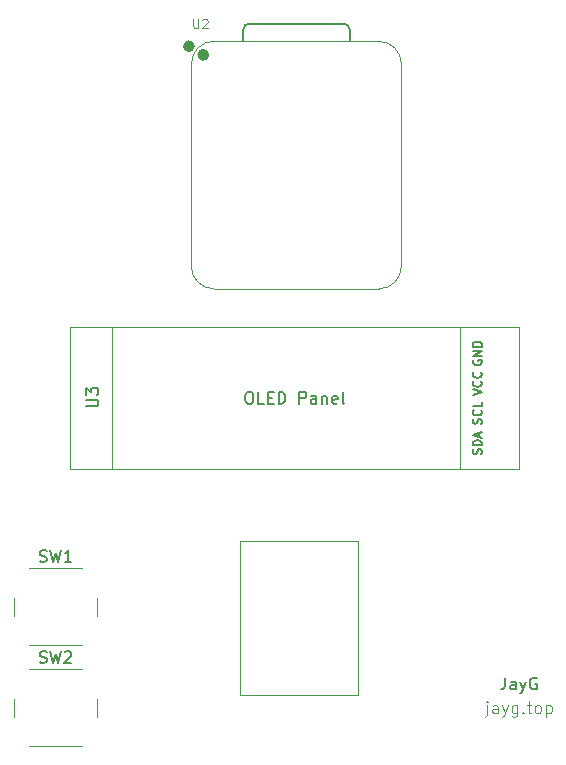
<source format=gbr>
%TF.GenerationSoftware,KiCad,Pcbnew,9.0.6*%
%TF.CreationDate,2025-12-29T20:59:13-08:00*%
%TF.ProjectId,bodycam,626f6479-6361-46d2-9e6b-696361645f70,rev?*%
%TF.SameCoordinates,Original*%
%TF.FileFunction,Legend,Top*%
%TF.FilePolarity,Positive*%
%FSLAX46Y46*%
G04 Gerber Fmt 4.6, Leading zero omitted, Abs format (unit mm)*
G04 Created by KiCad (PCBNEW 9.0.6) date 2025-12-29 20:59:13*
%MOMM*%
%LPD*%
G01*
G04 APERTURE LIST*
%ADD10C,0.200000*%
%ADD11C,0.100000*%
%ADD12C,0.150000*%
%ADD13C,0.106680*%
%ADD14C,0.040000*%
%ADD15C,0.120000*%
%ADD16C,0.127000*%
%ADD17C,0.504000*%
G04 APERTURE END LIST*
D10*
X233059523Y-123952219D02*
X233059523Y-124666504D01*
X233059523Y-124666504D02*
X233011904Y-124809361D01*
X233011904Y-124809361D02*
X232916666Y-124904600D01*
X232916666Y-124904600D02*
X232773809Y-124952219D01*
X232773809Y-124952219D02*
X232678571Y-124952219D01*
X233964285Y-124952219D02*
X233964285Y-124428409D01*
X233964285Y-124428409D02*
X233916666Y-124333171D01*
X233916666Y-124333171D02*
X233821428Y-124285552D01*
X233821428Y-124285552D02*
X233630952Y-124285552D01*
X233630952Y-124285552D02*
X233535714Y-124333171D01*
X233964285Y-124904600D02*
X233869047Y-124952219D01*
X233869047Y-124952219D02*
X233630952Y-124952219D01*
X233630952Y-124952219D02*
X233535714Y-124904600D01*
X233535714Y-124904600D02*
X233488095Y-124809361D01*
X233488095Y-124809361D02*
X233488095Y-124714123D01*
X233488095Y-124714123D02*
X233535714Y-124618885D01*
X233535714Y-124618885D02*
X233630952Y-124571266D01*
X233630952Y-124571266D02*
X233869047Y-124571266D01*
X233869047Y-124571266D02*
X233964285Y-124523647D01*
X234345238Y-124285552D02*
X234583333Y-124952219D01*
X234821428Y-124285552D02*
X234583333Y-124952219D01*
X234583333Y-124952219D02*
X234488095Y-125190314D01*
X234488095Y-125190314D02*
X234440476Y-125237933D01*
X234440476Y-125237933D02*
X234345238Y-125285552D01*
X235726190Y-123999838D02*
X235630952Y-123952219D01*
X235630952Y-123952219D02*
X235488095Y-123952219D01*
X235488095Y-123952219D02*
X235345238Y-123999838D01*
X235345238Y-123999838D02*
X235250000Y-124095076D01*
X235250000Y-124095076D02*
X235202381Y-124190314D01*
X235202381Y-124190314D02*
X235154762Y-124380790D01*
X235154762Y-124380790D02*
X235154762Y-124523647D01*
X235154762Y-124523647D02*
X235202381Y-124714123D01*
X235202381Y-124714123D02*
X235250000Y-124809361D01*
X235250000Y-124809361D02*
X235345238Y-124904600D01*
X235345238Y-124904600D02*
X235488095Y-124952219D01*
X235488095Y-124952219D02*
X235583333Y-124952219D01*
X235583333Y-124952219D02*
X235726190Y-124904600D01*
X235726190Y-124904600D02*
X235773809Y-124856980D01*
X235773809Y-124856980D02*
X235773809Y-124523647D01*
X235773809Y-124523647D02*
X235583333Y-124523647D01*
D11*
X231535714Y-126290752D02*
X231535714Y-127147895D01*
X231535714Y-127147895D02*
X231488095Y-127243133D01*
X231488095Y-127243133D02*
X231392857Y-127290752D01*
X231392857Y-127290752D02*
X231345238Y-127290752D01*
X231535714Y-125957419D02*
X231488095Y-126005038D01*
X231488095Y-126005038D02*
X231535714Y-126052657D01*
X231535714Y-126052657D02*
X231583333Y-126005038D01*
X231583333Y-126005038D02*
X231535714Y-125957419D01*
X231535714Y-125957419D02*
X231535714Y-126052657D01*
X232440475Y-126957419D02*
X232440475Y-126433609D01*
X232440475Y-126433609D02*
X232392856Y-126338371D01*
X232392856Y-126338371D02*
X232297618Y-126290752D01*
X232297618Y-126290752D02*
X232107142Y-126290752D01*
X232107142Y-126290752D02*
X232011904Y-126338371D01*
X232440475Y-126909800D02*
X232345237Y-126957419D01*
X232345237Y-126957419D02*
X232107142Y-126957419D01*
X232107142Y-126957419D02*
X232011904Y-126909800D01*
X232011904Y-126909800D02*
X231964285Y-126814561D01*
X231964285Y-126814561D02*
X231964285Y-126719323D01*
X231964285Y-126719323D02*
X232011904Y-126624085D01*
X232011904Y-126624085D02*
X232107142Y-126576466D01*
X232107142Y-126576466D02*
X232345237Y-126576466D01*
X232345237Y-126576466D02*
X232440475Y-126528847D01*
X232821428Y-126290752D02*
X233059523Y-126957419D01*
X233297618Y-126290752D02*
X233059523Y-126957419D01*
X233059523Y-126957419D02*
X232964285Y-127195514D01*
X232964285Y-127195514D02*
X232916666Y-127243133D01*
X232916666Y-127243133D02*
X232821428Y-127290752D01*
X234107142Y-126290752D02*
X234107142Y-127100276D01*
X234107142Y-127100276D02*
X234059523Y-127195514D01*
X234059523Y-127195514D02*
X234011904Y-127243133D01*
X234011904Y-127243133D02*
X233916666Y-127290752D01*
X233916666Y-127290752D02*
X233773809Y-127290752D01*
X233773809Y-127290752D02*
X233678571Y-127243133D01*
X234107142Y-126909800D02*
X234011904Y-126957419D01*
X234011904Y-126957419D02*
X233821428Y-126957419D01*
X233821428Y-126957419D02*
X233726190Y-126909800D01*
X233726190Y-126909800D02*
X233678571Y-126862180D01*
X233678571Y-126862180D02*
X233630952Y-126766942D01*
X233630952Y-126766942D02*
X233630952Y-126481228D01*
X233630952Y-126481228D02*
X233678571Y-126385990D01*
X233678571Y-126385990D02*
X233726190Y-126338371D01*
X233726190Y-126338371D02*
X233821428Y-126290752D01*
X233821428Y-126290752D02*
X234011904Y-126290752D01*
X234011904Y-126290752D02*
X234107142Y-126338371D01*
X234583333Y-126862180D02*
X234630952Y-126909800D01*
X234630952Y-126909800D02*
X234583333Y-126957419D01*
X234583333Y-126957419D02*
X234535714Y-126909800D01*
X234535714Y-126909800D02*
X234583333Y-126862180D01*
X234583333Y-126862180D02*
X234583333Y-126957419D01*
X234916666Y-126290752D02*
X235297618Y-126290752D01*
X235059523Y-125957419D02*
X235059523Y-126814561D01*
X235059523Y-126814561D02*
X235107142Y-126909800D01*
X235107142Y-126909800D02*
X235202380Y-126957419D01*
X235202380Y-126957419D02*
X235297618Y-126957419D01*
X235773809Y-126957419D02*
X235678571Y-126909800D01*
X235678571Y-126909800D02*
X235630952Y-126862180D01*
X235630952Y-126862180D02*
X235583333Y-126766942D01*
X235583333Y-126766942D02*
X235583333Y-126481228D01*
X235583333Y-126481228D02*
X235630952Y-126385990D01*
X235630952Y-126385990D02*
X235678571Y-126338371D01*
X235678571Y-126338371D02*
X235773809Y-126290752D01*
X235773809Y-126290752D02*
X235916666Y-126290752D01*
X235916666Y-126290752D02*
X236011904Y-126338371D01*
X236011904Y-126338371D02*
X236059523Y-126385990D01*
X236059523Y-126385990D02*
X236107142Y-126481228D01*
X236107142Y-126481228D02*
X236107142Y-126766942D01*
X236107142Y-126766942D02*
X236059523Y-126862180D01*
X236059523Y-126862180D02*
X236011904Y-126909800D01*
X236011904Y-126909800D02*
X235916666Y-126957419D01*
X235916666Y-126957419D02*
X235773809Y-126957419D01*
X236535714Y-126290752D02*
X236535714Y-127290752D01*
X236535714Y-126338371D02*
X236630952Y-126290752D01*
X236630952Y-126290752D02*
X236821428Y-126290752D01*
X236821428Y-126290752D02*
X236916666Y-126338371D01*
X236916666Y-126338371D02*
X236964285Y-126385990D01*
X236964285Y-126385990D02*
X237011904Y-126481228D01*
X237011904Y-126481228D02*
X237011904Y-126766942D01*
X237011904Y-126766942D02*
X236964285Y-126862180D01*
X236964285Y-126862180D02*
X236916666Y-126909800D01*
X236916666Y-126909800D02*
X236821428Y-126957419D01*
X236821428Y-126957419D02*
X236630952Y-126957419D01*
X236630952Y-126957419D02*
X236535714Y-126909800D01*
D12*
X197604819Y-100981904D02*
X198414342Y-100981904D01*
X198414342Y-100981904D02*
X198509580Y-100934285D01*
X198509580Y-100934285D02*
X198557200Y-100886666D01*
X198557200Y-100886666D02*
X198604819Y-100791428D01*
X198604819Y-100791428D02*
X198604819Y-100600952D01*
X198604819Y-100600952D02*
X198557200Y-100505714D01*
X198557200Y-100505714D02*
X198509580Y-100458095D01*
X198509580Y-100458095D02*
X198414342Y-100410476D01*
X198414342Y-100410476D02*
X197604819Y-100410476D01*
X197604819Y-100029523D02*
X197604819Y-99410476D01*
X197604819Y-99410476D02*
X197985771Y-99743809D01*
X197985771Y-99743809D02*
X197985771Y-99600952D01*
X197985771Y-99600952D02*
X198033390Y-99505714D01*
X198033390Y-99505714D02*
X198081009Y-99458095D01*
X198081009Y-99458095D02*
X198176247Y-99410476D01*
X198176247Y-99410476D02*
X198414342Y-99410476D01*
X198414342Y-99410476D02*
X198509580Y-99458095D01*
X198509580Y-99458095D02*
X198557200Y-99505714D01*
X198557200Y-99505714D02*
X198604819Y-99600952D01*
X198604819Y-99600952D02*
X198604819Y-99886666D01*
X198604819Y-99886666D02*
X198557200Y-99981904D01*
X198557200Y-99981904D02*
X198509580Y-100029523D01*
X211321428Y-99764819D02*
X211511904Y-99764819D01*
X211511904Y-99764819D02*
X211607142Y-99812438D01*
X211607142Y-99812438D02*
X211702380Y-99907676D01*
X211702380Y-99907676D02*
X211749999Y-100098152D01*
X211749999Y-100098152D02*
X211749999Y-100431485D01*
X211749999Y-100431485D02*
X211702380Y-100621961D01*
X211702380Y-100621961D02*
X211607142Y-100717200D01*
X211607142Y-100717200D02*
X211511904Y-100764819D01*
X211511904Y-100764819D02*
X211321428Y-100764819D01*
X211321428Y-100764819D02*
X211226190Y-100717200D01*
X211226190Y-100717200D02*
X211130952Y-100621961D01*
X211130952Y-100621961D02*
X211083333Y-100431485D01*
X211083333Y-100431485D02*
X211083333Y-100098152D01*
X211083333Y-100098152D02*
X211130952Y-99907676D01*
X211130952Y-99907676D02*
X211226190Y-99812438D01*
X211226190Y-99812438D02*
X211321428Y-99764819D01*
X212654761Y-100764819D02*
X212178571Y-100764819D01*
X212178571Y-100764819D02*
X212178571Y-99764819D01*
X212988095Y-100241009D02*
X213321428Y-100241009D01*
X213464285Y-100764819D02*
X212988095Y-100764819D01*
X212988095Y-100764819D02*
X212988095Y-99764819D01*
X212988095Y-99764819D02*
X213464285Y-99764819D01*
X213892857Y-100764819D02*
X213892857Y-99764819D01*
X213892857Y-99764819D02*
X214130952Y-99764819D01*
X214130952Y-99764819D02*
X214273809Y-99812438D01*
X214273809Y-99812438D02*
X214369047Y-99907676D01*
X214369047Y-99907676D02*
X214416666Y-100002914D01*
X214416666Y-100002914D02*
X214464285Y-100193390D01*
X214464285Y-100193390D02*
X214464285Y-100336247D01*
X214464285Y-100336247D02*
X214416666Y-100526723D01*
X214416666Y-100526723D02*
X214369047Y-100621961D01*
X214369047Y-100621961D02*
X214273809Y-100717200D01*
X214273809Y-100717200D02*
X214130952Y-100764819D01*
X214130952Y-100764819D02*
X213892857Y-100764819D01*
X215654762Y-100764819D02*
X215654762Y-99764819D01*
X215654762Y-99764819D02*
X216035714Y-99764819D01*
X216035714Y-99764819D02*
X216130952Y-99812438D01*
X216130952Y-99812438D02*
X216178571Y-99860057D01*
X216178571Y-99860057D02*
X216226190Y-99955295D01*
X216226190Y-99955295D02*
X216226190Y-100098152D01*
X216226190Y-100098152D02*
X216178571Y-100193390D01*
X216178571Y-100193390D02*
X216130952Y-100241009D01*
X216130952Y-100241009D02*
X216035714Y-100288628D01*
X216035714Y-100288628D02*
X215654762Y-100288628D01*
X217083333Y-100764819D02*
X217083333Y-100241009D01*
X217083333Y-100241009D02*
X217035714Y-100145771D01*
X217035714Y-100145771D02*
X216940476Y-100098152D01*
X216940476Y-100098152D02*
X216750000Y-100098152D01*
X216750000Y-100098152D02*
X216654762Y-100145771D01*
X217083333Y-100717200D02*
X216988095Y-100764819D01*
X216988095Y-100764819D02*
X216750000Y-100764819D01*
X216750000Y-100764819D02*
X216654762Y-100717200D01*
X216654762Y-100717200D02*
X216607143Y-100621961D01*
X216607143Y-100621961D02*
X216607143Y-100526723D01*
X216607143Y-100526723D02*
X216654762Y-100431485D01*
X216654762Y-100431485D02*
X216750000Y-100383866D01*
X216750000Y-100383866D02*
X216988095Y-100383866D01*
X216988095Y-100383866D02*
X217083333Y-100336247D01*
X217559524Y-100098152D02*
X217559524Y-100764819D01*
X217559524Y-100193390D02*
X217607143Y-100145771D01*
X217607143Y-100145771D02*
X217702381Y-100098152D01*
X217702381Y-100098152D02*
X217845238Y-100098152D01*
X217845238Y-100098152D02*
X217940476Y-100145771D01*
X217940476Y-100145771D02*
X217988095Y-100241009D01*
X217988095Y-100241009D02*
X217988095Y-100764819D01*
X218845238Y-100717200D02*
X218750000Y-100764819D01*
X218750000Y-100764819D02*
X218559524Y-100764819D01*
X218559524Y-100764819D02*
X218464286Y-100717200D01*
X218464286Y-100717200D02*
X218416667Y-100621961D01*
X218416667Y-100621961D02*
X218416667Y-100241009D01*
X218416667Y-100241009D02*
X218464286Y-100145771D01*
X218464286Y-100145771D02*
X218559524Y-100098152D01*
X218559524Y-100098152D02*
X218750000Y-100098152D01*
X218750000Y-100098152D02*
X218845238Y-100145771D01*
X218845238Y-100145771D02*
X218892857Y-100241009D01*
X218892857Y-100241009D02*
X218892857Y-100336247D01*
X218892857Y-100336247D02*
X218416667Y-100431485D01*
X219464286Y-100764819D02*
X219369048Y-100717200D01*
X219369048Y-100717200D02*
X219321429Y-100621961D01*
X219321429Y-100621961D02*
X219321429Y-99764819D01*
X231053450Y-105030713D02*
X231089164Y-104923571D01*
X231089164Y-104923571D02*
X231089164Y-104744999D01*
X231089164Y-104744999D02*
X231053450Y-104673571D01*
X231053450Y-104673571D02*
X231017735Y-104637856D01*
X231017735Y-104637856D02*
X230946307Y-104602142D01*
X230946307Y-104602142D02*
X230874878Y-104602142D01*
X230874878Y-104602142D02*
X230803450Y-104637856D01*
X230803450Y-104637856D02*
X230767735Y-104673571D01*
X230767735Y-104673571D02*
X230732021Y-104744999D01*
X230732021Y-104744999D02*
X230696307Y-104887856D01*
X230696307Y-104887856D02*
X230660592Y-104959285D01*
X230660592Y-104959285D02*
X230624878Y-104994999D01*
X230624878Y-104994999D02*
X230553450Y-105030713D01*
X230553450Y-105030713D02*
X230482021Y-105030713D01*
X230482021Y-105030713D02*
X230410592Y-104994999D01*
X230410592Y-104994999D02*
X230374878Y-104959285D01*
X230374878Y-104959285D02*
X230339164Y-104887856D01*
X230339164Y-104887856D02*
X230339164Y-104709285D01*
X230339164Y-104709285D02*
X230374878Y-104602142D01*
X231089164Y-104280713D02*
X230339164Y-104280713D01*
X230339164Y-104280713D02*
X230339164Y-104102142D01*
X230339164Y-104102142D02*
X230374878Y-103994999D01*
X230374878Y-103994999D02*
X230446307Y-103923570D01*
X230446307Y-103923570D02*
X230517735Y-103887856D01*
X230517735Y-103887856D02*
X230660592Y-103852142D01*
X230660592Y-103852142D02*
X230767735Y-103852142D01*
X230767735Y-103852142D02*
X230910592Y-103887856D01*
X230910592Y-103887856D02*
X230982021Y-103923570D01*
X230982021Y-103923570D02*
X231053450Y-103994999D01*
X231053450Y-103994999D02*
X231089164Y-104102142D01*
X231089164Y-104102142D02*
X231089164Y-104280713D01*
X230874878Y-103566427D02*
X230874878Y-103209285D01*
X231089164Y-103637856D02*
X230339164Y-103387856D01*
X230339164Y-103387856D02*
X231089164Y-103137856D01*
X230374878Y-97071428D02*
X230339164Y-97142857D01*
X230339164Y-97142857D02*
X230339164Y-97249999D01*
X230339164Y-97249999D02*
X230374878Y-97357142D01*
X230374878Y-97357142D02*
X230446307Y-97428571D01*
X230446307Y-97428571D02*
X230517735Y-97464285D01*
X230517735Y-97464285D02*
X230660592Y-97499999D01*
X230660592Y-97499999D02*
X230767735Y-97499999D01*
X230767735Y-97499999D02*
X230910592Y-97464285D01*
X230910592Y-97464285D02*
X230982021Y-97428571D01*
X230982021Y-97428571D02*
X231053450Y-97357142D01*
X231053450Y-97357142D02*
X231089164Y-97249999D01*
X231089164Y-97249999D02*
X231089164Y-97178571D01*
X231089164Y-97178571D02*
X231053450Y-97071428D01*
X231053450Y-97071428D02*
X231017735Y-97035714D01*
X231017735Y-97035714D02*
X230767735Y-97035714D01*
X230767735Y-97035714D02*
X230767735Y-97178571D01*
X231089164Y-96714285D02*
X230339164Y-96714285D01*
X230339164Y-96714285D02*
X231089164Y-96285714D01*
X231089164Y-96285714D02*
X230339164Y-96285714D01*
X231089164Y-95928571D02*
X230339164Y-95928571D01*
X230339164Y-95928571D02*
X230339164Y-95750000D01*
X230339164Y-95750000D02*
X230374878Y-95642857D01*
X230374878Y-95642857D02*
X230446307Y-95571428D01*
X230446307Y-95571428D02*
X230517735Y-95535714D01*
X230517735Y-95535714D02*
X230660592Y-95500000D01*
X230660592Y-95500000D02*
X230767735Y-95500000D01*
X230767735Y-95500000D02*
X230910592Y-95535714D01*
X230910592Y-95535714D02*
X230982021Y-95571428D01*
X230982021Y-95571428D02*
X231053450Y-95642857D01*
X231053450Y-95642857D02*
X231089164Y-95750000D01*
X231089164Y-95750000D02*
X231089164Y-95928571D01*
X231053450Y-102472856D02*
X231089164Y-102365714D01*
X231089164Y-102365714D02*
X231089164Y-102187142D01*
X231089164Y-102187142D02*
X231053450Y-102115714D01*
X231053450Y-102115714D02*
X231017735Y-102079999D01*
X231017735Y-102079999D02*
X230946307Y-102044285D01*
X230946307Y-102044285D02*
X230874878Y-102044285D01*
X230874878Y-102044285D02*
X230803450Y-102079999D01*
X230803450Y-102079999D02*
X230767735Y-102115714D01*
X230767735Y-102115714D02*
X230732021Y-102187142D01*
X230732021Y-102187142D02*
X230696307Y-102329999D01*
X230696307Y-102329999D02*
X230660592Y-102401428D01*
X230660592Y-102401428D02*
X230624878Y-102437142D01*
X230624878Y-102437142D02*
X230553450Y-102472856D01*
X230553450Y-102472856D02*
X230482021Y-102472856D01*
X230482021Y-102472856D02*
X230410592Y-102437142D01*
X230410592Y-102437142D02*
X230374878Y-102401428D01*
X230374878Y-102401428D02*
X230339164Y-102329999D01*
X230339164Y-102329999D02*
X230339164Y-102151428D01*
X230339164Y-102151428D02*
X230374878Y-102044285D01*
X231017735Y-101294285D02*
X231053450Y-101329999D01*
X231053450Y-101329999D02*
X231089164Y-101437142D01*
X231089164Y-101437142D02*
X231089164Y-101508570D01*
X231089164Y-101508570D02*
X231053450Y-101615713D01*
X231053450Y-101615713D02*
X230982021Y-101687142D01*
X230982021Y-101687142D02*
X230910592Y-101722856D01*
X230910592Y-101722856D02*
X230767735Y-101758570D01*
X230767735Y-101758570D02*
X230660592Y-101758570D01*
X230660592Y-101758570D02*
X230517735Y-101722856D01*
X230517735Y-101722856D02*
X230446307Y-101687142D01*
X230446307Y-101687142D02*
X230374878Y-101615713D01*
X230374878Y-101615713D02*
X230339164Y-101508570D01*
X230339164Y-101508570D02*
X230339164Y-101437142D01*
X230339164Y-101437142D02*
X230374878Y-101329999D01*
X230374878Y-101329999D02*
X230410592Y-101294285D01*
X231089164Y-100615713D02*
X231089164Y-100972856D01*
X231089164Y-100972856D02*
X230339164Y-100972856D01*
X230339164Y-100039999D02*
X231089164Y-99789999D01*
X231089164Y-99789999D02*
X230339164Y-99539999D01*
X231017735Y-98861428D02*
X231053450Y-98897142D01*
X231053450Y-98897142D02*
X231089164Y-99004285D01*
X231089164Y-99004285D02*
X231089164Y-99075713D01*
X231089164Y-99075713D02*
X231053450Y-99182856D01*
X231053450Y-99182856D02*
X230982021Y-99254285D01*
X230982021Y-99254285D02*
X230910592Y-99289999D01*
X230910592Y-99289999D02*
X230767735Y-99325713D01*
X230767735Y-99325713D02*
X230660592Y-99325713D01*
X230660592Y-99325713D02*
X230517735Y-99289999D01*
X230517735Y-99289999D02*
X230446307Y-99254285D01*
X230446307Y-99254285D02*
X230374878Y-99182856D01*
X230374878Y-99182856D02*
X230339164Y-99075713D01*
X230339164Y-99075713D02*
X230339164Y-99004285D01*
X230339164Y-99004285D02*
X230374878Y-98897142D01*
X230374878Y-98897142D02*
X230410592Y-98861428D01*
X231017735Y-98111428D02*
X231053450Y-98147142D01*
X231053450Y-98147142D02*
X231089164Y-98254285D01*
X231089164Y-98254285D02*
X231089164Y-98325713D01*
X231089164Y-98325713D02*
X231053450Y-98432856D01*
X231053450Y-98432856D02*
X230982021Y-98504285D01*
X230982021Y-98504285D02*
X230910592Y-98539999D01*
X230910592Y-98539999D02*
X230767735Y-98575713D01*
X230767735Y-98575713D02*
X230660592Y-98575713D01*
X230660592Y-98575713D02*
X230517735Y-98539999D01*
X230517735Y-98539999D02*
X230446307Y-98504285D01*
X230446307Y-98504285D02*
X230374878Y-98432856D01*
X230374878Y-98432856D02*
X230339164Y-98325713D01*
X230339164Y-98325713D02*
X230339164Y-98254285D01*
X230339164Y-98254285D02*
X230374878Y-98147142D01*
X230374878Y-98147142D02*
X230410592Y-98111428D01*
X193666667Y-122657200D02*
X193809524Y-122704819D01*
X193809524Y-122704819D02*
X194047619Y-122704819D01*
X194047619Y-122704819D02*
X194142857Y-122657200D01*
X194142857Y-122657200D02*
X194190476Y-122609580D01*
X194190476Y-122609580D02*
X194238095Y-122514342D01*
X194238095Y-122514342D02*
X194238095Y-122419104D01*
X194238095Y-122419104D02*
X194190476Y-122323866D01*
X194190476Y-122323866D02*
X194142857Y-122276247D01*
X194142857Y-122276247D02*
X194047619Y-122228628D01*
X194047619Y-122228628D02*
X193857143Y-122181009D01*
X193857143Y-122181009D02*
X193761905Y-122133390D01*
X193761905Y-122133390D02*
X193714286Y-122085771D01*
X193714286Y-122085771D02*
X193666667Y-121990533D01*
X193666667Y-121990533D02*
X193666667Y-121895295D01*
X193666667Y-121895295D02*
X193714286Y-121800057D01*
X193714286Y-121800057D02*
X193761905Y-121752438D01*
X193761905Y-121752438D02*
X193857143Y-121704819D01*
X193857143Y-121704819D02*
X194095238Y-121704819D01*
X194095238Y-121704819D02*
X194238095Y-121752438D01*
X194571429Y-121704819D02*
X194809524Y-122704819D01*
X194809524Y-122704819D02*
X195000000Y-121990533D01*
X195000000Y-121990533D02*
X195190476Y-122704819D01*
X195190476Y-122704819D02*
X195428572Y-121704819D01*
X195761905Y-121800057D02*
X195809524Y-121752438D01*
X195809524Y-121752438D02*
X195904762Y-121704819D01*
X195904762Y-121704819D02*
X196142857Y-121704819D01*
X196142857Y-121704819D02*
X196238095Y-121752438D01*
X196238095Y-121752438D02*
X196285714Y-121800057D01*
X196285714Y-121800057D02*
X196333333Y-121895295D01*
X196333333Y-121895295D02*
X196333333Y-121990533D01*
X196333333Y-121990533D02*
X196285714Y-122133390D01*
X196285714Y-122133390D02*
X195714286Y-122704819D01*
X195714286Y-122704819D02*
X196333333Y-122704819D01*
D13*
X206652814Y-68189391D02*
X206652814Y-68822698D01*
X206652814Y-68822698D02*
X206690068Y-68897204D01*
X206690068Y-68897204D02*
X206727321Y-68934458D01*
X206727321Y-68934458D02*
X206801828Y-68971711D01*
X206801828Y-68971711D02*
X206950841Y-68971711D01*
X206950841Y-68971711D02*
X207025348Y-68934458D01*
X207025348Y-68934458D02*
X207062601Y-68897204D01*
X207062601Y-68897204D02*
X207099854Y-68822698D01*
X207099854Y-68822698D02*
X207099854Y-68189391D01*
X207435134Y-68263898D02*
X207472387Y-68226644D01*
X207472387Y-68226644D02*
X207546894Y-68189391D01*
X207546894Y-68189391D02*
X207733161Y-68189391D01*
X207733161Y-68189391D02*
X207807667Y-68226644D01*
X207807667Y-68226644D02*
X207844921Y-68263898D01*
X207844921Y-68263898D02*
X207882174Y-68338404D01*
X207882174Y-68338404D02*
X207882174Y-68412911D01*
X207882174Y-68412911D02*
X207844921Y-68524671D01*
X207844921Y-68524671D02*
X207397881Y-68971711D01*
X207397881Y-68971711D02*
X207882174Y-68971711D01*
D12*
X193666667Y-114107200D02*
X193809524Y-114154819D01*
X193809524Y-114154819D02*
X194047619Y-114154819D01*
X194047619Y-114154819D02*
X194142857Y-114107200D01*
X194142857Y-114107200D02*
X194190476Y-114059580D01*
X194190476Y-114059580D02*
X194238095Y-113964342D01*
X194238095Y-113964342D02*
X194238095Y-113869104D01*
X194238095Y-113869104D02*
X194190476Y-113773866D01*
X194190476Y-113773866D02*
X194142857Y-113726247D01*
X194142857Y-113726247D02*
X194047619Y-113678628D01*
X194047619Y-113678628D02*
X193857143Y-113631009D01*
X193857143Y-113631009D02*
X193761905Y-113583390D01*
X193761905Y-113583390D02*
X193714286Y-113535771D01*
X193714286Y-113535771D02*
X193666667Y-113440533D01*
X193666667Y-113440533D02*
X193666667Y-113345295D01*
X193666667Y-113345295D02*
X193714286Y-113250057D01*
X193714286Y-113250057D02*
X193761905Y-113202438D01*
X193761905Y-113202438D02*
X193857143Y-113154819D01*
X193857143Y-113154819D02*
X194095238Y-113154819D01*
X194095238Y-113154819D02*
X194238095Y-113202438D01*
X194571429Y-113154819D02*
X194809524Y-114154819D01*
X194809524Y-114154819D02*
X195000000Y-113440533D01*
X195000000Y-113440533D02*
X195190476Y-114154819D01*
X195190476Y-114154819D02*
X195428572Y-113154819D01*
X196333333Y-114154819D02*
X195761905Y-114154819D01*
X196047619Y-114154819D02*
X196047619Y-113154819D01*
X196047619Y-113154819D02*
X195952381Y-113297676D01*
X195952381Y-113297676D02*
X195857143Y-113392914D01*
X195857143Y-113392914D02*
X195761905Y-113440533D01*
%TO.C,U1*%
D11*
X210610000Y-125390000D02*
X220610000Y-125390000D01*
X220610000Y-112390000D01*
X210610000Y-112390000D01*
X210610000Y-125390000D01*
D14*
%TO.C,U3*%
X196250000Y-94310000D02*
X196250000Y-106310000D01*
X196250000Y-106310000D02*
X234250000Y-106310000D01*
X199750000Y-94310000D02*
X199750000Y-106310000D01*
X229250000Y-94310000D02*
X229250000Y-106310000D01*
X234250000Y-94310000D02*
X196250000Y-94310000D01*
X234250000Y-106310000D02*
X234250000Y-94310000D01*
D15*
%TO.C,SW2*%
X191500000Y-125750000D02*
X191500000Y-127250000D01*
X192750000Y-129750000D02*
X197250000Y-129750000D01*
X197250000Y-123250000D02*
X192750000Y-123250000D01*
X198500000Y-127250000D02*
X198500000Y-125750000D01*
D11*
%TO.C,U2*%
X206500000Y-89133000D02*
X206500000Y-71988000D01*
X208405000Y-91038000D02*
X222375000Y-91038000D01*
D16*
X210895000Y-70083000D02*
X210898728Y-69072728D01*
X211398728Y-68573000D02*
X219394000Y-68573000D01*
X219894000Y-69073000D02*
X219894000Y-70083000D01*
D11*
X222375000Y-70083000D02*
X208405000Y-70083000D01*
X224280000Y-89133000D02*
X224280000Y-71988000D01*
X206500000Y-71984000D02*
G75*
G02*
X208405000Y-70079000I1905001J-1D01*
G01*
X208405000Y-91038000D02*
G75*
G02*
X206500000Y-89133000I1J1905001D01*
G01*
D16*
X210898728Y-69072728D02*
G75*
G02*
X211398728Y-68573001I500018J-291D01*
G01*
X219394000Y-68573000D02*
G75*
G02*
X219893994Y-69073000I-6J-500000D01*
G01*
D11*
X222375000Y-70083000D02*
G75*
G02*
X224279994Y-71988000I-6J-1905000D01*
G01*
X224280000Y-89133000D02*
G75*
G02*
X222375000Y-91038006I-1905006J0D01*
G01*
D17*
X206542000Y-70499000D02*
G75*
G02*
X206038000Y-70499000I-252000J0D01*
G01*
X206038000Y-70499000D02*
G75*
G02*
X206542000Y-70499000I252000J0D01*
G01*
X207759000Y-71222000D02*
G75*
G02*
X207255000Y-71222000I-252000J0D01*
G01*
X207255000Y-71222000D02*
G75*
G02*
X207759000Y-71222000I252000J0D01*
G01*
D15*
%TO.C,SW1*%
X191500000Y-117200000D02*
X191500000Y-118700000D01*
X192750000Y-121200000D02*
X197250000Y-121200000D01*
X197250000Y-114700000D02*
X192750000Y-114700000D01*
X198500000Y-118700000D02*
X198500000Y-117200000D01*
%TD*%
M02*

</source>
